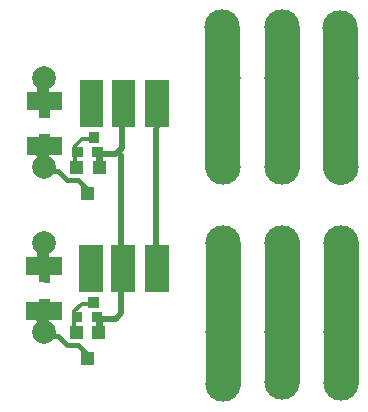
<source format=gbr>
%FSLAX32Y32*%
%MOMM*%
%LNKUPFERSEITE2*%
G71*
G01*
%ADD10C, 2.00*%
%ADD11C, 3.00*%
%ADD12C, 3.00*%
%ADD13C, 1.00*%
%ADD14C, 0.40*%
%ADD15C, 0.60*%
%ADD16C, 3.00*%
%ADD17C, 0.30*%
%ADD18C, 0.50*%
%ADD19C, 0.60*%
%LPD*%
X1691Y7185D02*
G54D10*
D03*
X1691Y6432D02*
G54D10*
D03*
X3204Y6428D02*
G54D11*
D03*
X3204Y7181D02*
G54D11*
D03*
X3706Y6428D02*
G54D11*
D03*
X3706Y7181D02*
G54D11*
D03*
X4208Y6428D02*
G54D11*
D03*
X4208Y7181D02*
G54D11*
D03*
G54D12*
X4204Y6015D02*
X4204Y7174D01*
G36*
X1844Y7059D02*
X1844Y6909D01*
X1544Y6909D01*
X1544Y7059D01*
X1844Y7059D01*
G37*
G36*
X1844Y6679D02*
X1844Y6529D01*
X1544Y6529D01*
X1544Y6679D01*
X1844Y6679D01*
G37*
G36*
X2210Y6373D02*
X2100Y6373D01*
X2100Y6483D01*
X2210Y6483D01*
X2210Y6373D01*
G37*
G36*
X2020Y6373D02*
X1910Y6373D01*
X1910Y6483D01*
X2020Y6483D01*
X2020Y6373D01*
G37*
G36*
X2116Y6151D02*
X2006Y6151D01*
X2006Y6261D01*
X2116Y6261D01*
X2116Y6151D01*
G37*
G54D13*
X1680Y6428D02*
X1680Y6539D01*
X1664Y6555D01*
G54D13*
X1680Y7142D02*
X1680Y6968D01*
G54D14*
X1743Y6396D02*
X1807Y6396D01*
X1886Y6317D01*
X1981Y6317D01*
X2045Y6254D01*
G54D15*
X2156Y6539D02*
X2156Y6492D01*
X2156Y6428D01*
G36*
X2185Y6510D02*
X2095Y6510D01*
X2095Y6600D01*
X2185Y6600D01*
X2185Y6510D01*
G37*
G36*
X2018Y6509D02*
X1928Y6509D01*
X1928Y6599D01*
X2018Y6599D01*
X2018Y6509D01*
G37*
G36*
X1741Y6952D02*
X1741Y6847D01*
X1651Y6848D01*
X1651Y6952D01*
X1741Y6952D01*
G37*
G36*
X1741Y6706D02*
X1741Y6600D01*
X1651Y6600D01*
X1651Y6706D01*
X1741Y6706D01*
G37*
X4204Y6000D02*
G54D16*
D03*
G36*
X2158Y6888D02*
X2158Y6798D01*
X2068Y6798D01*
X2068Y6888D01*
X2158Y6888D01*
G37*
G36*
X2157Y6721D02*
X2157Y6631D01*
X2067Y6631D01*
X2067Y6721D01*
X2157Y6721D01*
G37*
G36*
X1992Y7168D02*
X2192Y7168D01*
X2192Y6768D01*
X1992Y6768D01*
X1992Y7168D01*
G37*
G36*
X2262Y7168D02*
X2462Y7168D01*
X2462Y6768D01*
X2262Y6768D01*
X2262Y7168D01*
G37*
G36*
X2548Y7168D02*
X2748Y7168D01*
X2748Y6768D01*
X2548Y6768D01*
X2548Y7168D01*
G37*
G54D17*
X1950Y6444D02*
X1950Y6603D01*
X2013Y6666D01*
X2077Y6666D01*
X2092Y6650D01*
G54D18*
X2140Y6539D02*
X2299Y6539D01*
X2346Y6587D01*
X2346Y6841D01*
X2648Y6857D02*
G54D19*
D03*
X1694Y8582D02*
G54D10*
D03*
X1694Y7829D02*
G54D10*
D03*
X3207Y7825D02*
G54D11*
D03*
X3207Y8578D02*
G54D11*
D03*
X3709Y7825D02*
G54D11*
D03*
X3709Y8578D02*
G54D11*
D03*
X4211Y7825D02*
G54D11*
D03*
X4211Y8578D02*
G54D11*
D03*
G36*
X1847Y8456D02*
X1847Y8306D01*
X1547Y8306D01*
X1547Y8456D01*
X1847Y8456D01*
G37*
G36*
X1847Y8076D02*
X1847Y7926D01*
X1547Y7926D01*
X1547Y8076D01*
X1847Y8076D01*
G37*
G36*
X2214Y7770D02*
X2104Y7770D01*
X2104Y7880D01*
X2214Y7880D01*
X2214Y7770D01*
G37*
G36*
X2024Y7770D02*
X1914Y7770D01*
X1914Y7880D01*
X2024Y7880D01*
X2024Y7770D01*
G37*
G36*
X2118Y7548D02*
X2008Y7548D01*
X2008Y7658D01*
X2118Y7658D01*
X2118Y7548D01*
G37*
G54D13*
X1683Y7825D02*
X1683Y7936D01*
X1667Y7952D01*
G54D13*
X1683Y8540D02*
X1683Y8365D01*
G54D14*
X1746Y7793D02*
X1810Y7793D01*
X1889Y7714D01*
X1984Y7714D01*
X2048Y7650D01*
G54D15*
X2159Y7936D02*
X2159Y7889D01*
X2159Y7825D01*
G36*
X2188Y7907D02*
X2098Y7907D01*
X2098Y7997D01*
X2188Y7997D01*
X2188Y7907D01*
G37*
G36*
X2021Y7906D02*
X1931Y7906D01*
X1931Y7996D01*
X2021Y7996D01*
X2021Y7906D01*
G37*
G36*
X1744Y8349D02*
X1744Y8244D01*
X1654Y8244D01*
X1654Y8349D01*
X1744Y8349D01*
G37*
G36*
X1744Y8102D02*
X1744Y7998D01*
X1654Y7998D01*
X1654Y8102D01*
X1744Y8102D01*
G37*
G36*
X2161Y8285D02*
X2161Y8195D01*
X2071Y8195D01*
X2071Y8285D01*
X2161Y8285D01*
G37*
G36*
X2160Y8118D02*
X2160Y8028D01*
X2070Y8028D01*
X2070Y8118D01*
X2160Y8118D01*
G37*
G36*
X1996Y8565D02*
X2196Y8565D01*
X2196Y8165D01*
X1996Y8165D01*
X1996Y8565D01*
G37*
G36*
X2265Y8565D02*
X2465Y8565D01*
X2465Y8165D01*
X2265Y8165D01*
X2265Y8565D01*
G37*
G36*
X2551Y8565D02*
X2751Y8565D01*
X2751Y8165D01*
X2551Y8165D01*
X2551Y8565D01*
G37*
G54D17*
X1953Y7841D02*
X1953Y8000D01*
X2016Y8063D01*
X2080Y8063D01*
X2096Y8047D01*
G54D18*
X2143Y7936D02*
X2302Y7936D01*
X2350Y7984D01*
X2350Y8238D01*
X2659Y8182D02*
G54D19*
D03*
G54D18*
X2342Y7928D02*
X2342Y7008D01*
X2350Y7000D01*
G54D18*
X2643Y8151D02*
X2643Y7119D01*
G54D12*
X4199Y8983D02*
X4199Y7824D01*
X4199Y8999D02*
G54D16*
D03*
G54D12*
X3707Y8993D02*
X3707Y7834D01*
X3707Y9009D02*
G54D16*
D03*
G54D12*
X3199Y8991D02*
X3199Y7832D01*
X3199Y9007D02*
G54D16*
D03*
G54D12*
X3704Y6023D02*
X3704Y7182D01*
X3704Y6007D02*
G54D16*
D03*
G54D12*
X3204Y6000D02*
X3204Y7158D01*
X3204Y5984D02*
G54D16*
D03*
M02*

</source>
